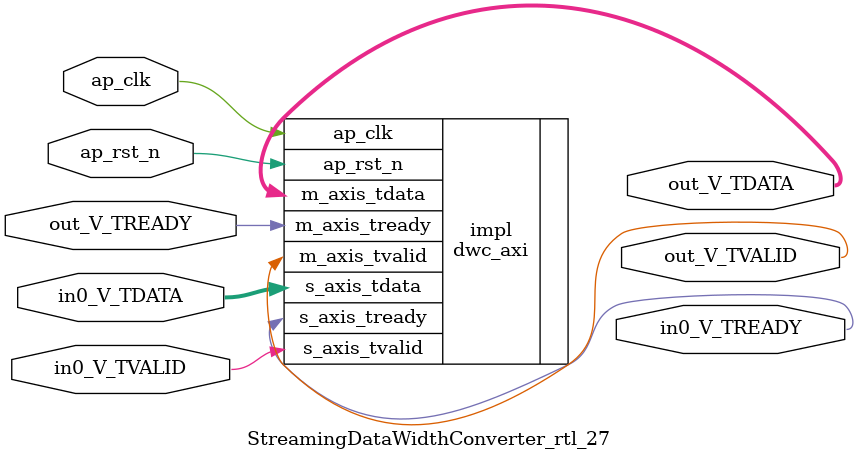
<source format=v>
/******************************************************************************
 * Copyright (C) 2023, Advanced Micro Devices, Inc.
 * All rights reserved.
 *
 * Redistribution and use in source and binary forms, with or without
 * modification, are permitted provided that the following conditions are met:
 *
 *  1. Redistributions of source code must retain the above copyright notice,
 *     this list of conditions and the following disclaimer.
 *
 *  2. Redistributions in binary form must reproduce the above copyright
 *     notice, this list of conditions and the following disclaimer in the
 *     documentation and/or other materials provided with the distribution.
 *
 *  3. Neither the name of the copyright holder nor the names of its
 *     contributors may be used to endorse or promote products derived from
 *     this software without specific prior written permission.
 *
 * THIS SOFTWARE IS PROVIDED BY THE COPYRIGHT HOLDERS AND CONTRIBUTORS "AS IS"
 * AND ANY EXPRESS OR IMPLIED WARRANTIES, INCLUDING, BUT NOT LIMITED TO,
 * THE IMPLIED WARRANTIES OF MERCHANTABILITY AND FITNESS FOR A PARTICULAR
 * PURPOSE ARE DISCLAIMED. IN NO EVENT SHALL THE COPYRIGHT HOLDER OR
 * CONTRIBUTORS BE LIABLE FOR ANY DIRECT, INDIRECT, INCIDENTAL, SPECIAL,
 * EXEMPLARY, OR CONSEQUENTIAL DAMAGES (INCLUDING, BUT NOT LIMITED TO,
 * PROCUREMENT OF SUBSTITUTE GOODS OR SERVICES; LOSS OF USE, DATA, OR PROFITS;
 * OR BUSINESS INTERRUPTION). HOWEVER CAUSED AND ON ANY THEORY OF LIABILITY,
 * WHETHER IN CONTRACT, STRICT LIABILITY, OR TORT (INCLUDING NEGLIGENCE OR
 * OTHERWISE) ARISING IN ANY WAY OUT OF THE USE OF THIS SOFTWARE, EVEN IF
 * ADVISED OF THE POSSIBILITY OF SUCH DAMAGE.
 *****************************************************************************/

module StreamingDataWidthConverter_rtl_27 #(
	parameter  IBITS = 16,
	parameter  OBITS = 4,

	parameter  AXI_IBITS = (IBITS+7)/8 * 8,
	parameter  AXI_OBITS = (OBITS+7)/8 * 8
)(
	//- Global Control ------------------
	(* X_INTERFACE_INFO = "xilinx.com:signal:clock:1.0 ap_clk CLK" *)
	(* X_INTERFACE_PARAMETER = "ASSOCIATED_BUSIF in0_V:out_V, ASSOCIATED_RESET ap_rst_n" *)
	input	ap_clk,
	(* X_INTERFACE_PARAMETER = "POLARITY ACTIVE_LOW" *)
	input	ap_rst_n,

	//- AXI Stream - Input --------------
	output	in0_V_TREADY,
	input	in0_V_TVALID,
	input	[AXI_IBITS-1:0]  in0_V_TDATA,

	//- AXI Stream - Output -------------
	input	out_V_TREADY,
	output	out_V_TVALID,
	output	[AXI_OBITS-1:0]  out_V_TDATA
);

	dwc_axi #(
		.IBITS(IBITS),
		.OBITS(OBITS)
	) impl (
		.ap_clk(ap_clk),
		.ap_rst_n(ap_rst_n),
		.s_axis_tready(in0_V_TREADY),
		.s_axis_tvalid(in0_V_TVALID),
		.s_axis_tdata(in0_V_TDATA),
		.m_axis_tready(out_V_TREADY),
		.m_axis_tvalid(out_V_TVALID),
		.m_axis_tdata(out_V_TDATA)
	);

endmodule

</source>
